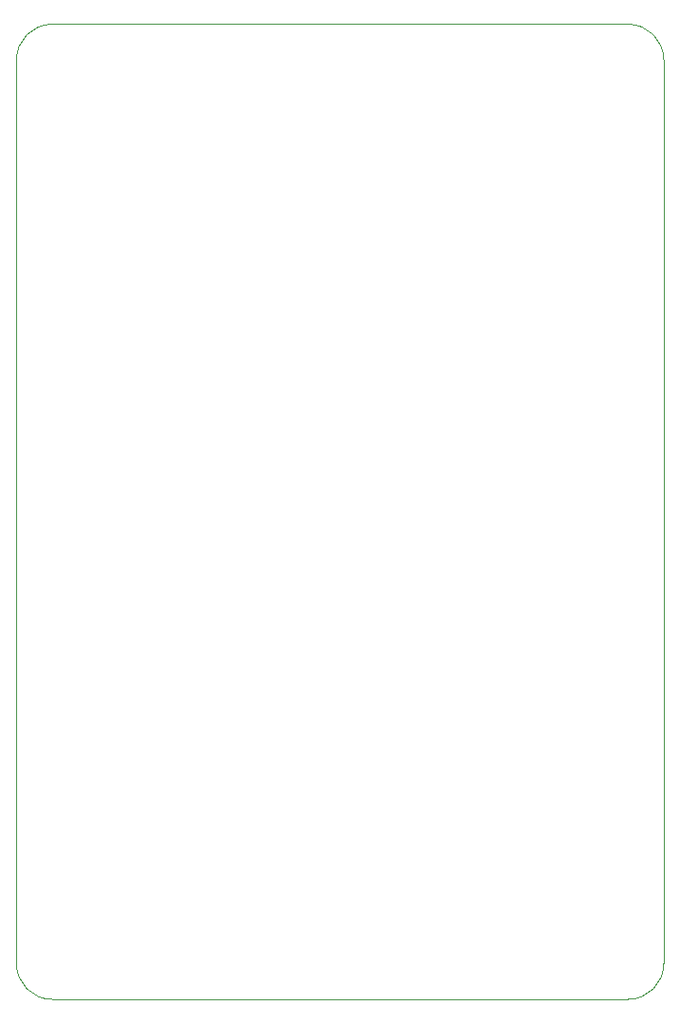
<source format=gbr>
%TF.GenerationSoftware,KiCad,Pcbnew,(5.1.10)-1*%
%TF.CreationDate,2021-10-04T19:32:16-04:00*%
%TF.ProjectId,macropad,6d616372-6f70-4616-942e-6b696361645f,rev?*%
%TF.SameCoordinates,Original*%
%TF.FileFunction,Profile,NP*%
%FSLAX46Y46*%
G04 Gerber Fmt 4.6, Leading zero omitted, Abs format (unit mm)*
G04 Created by KiCad (PCBNEW (5.1.10)-1) date 2021-10-04 19:32:16*
%MOMM*%
%LPD*%
G01*
G04 APERTURE LIST*
%TA.AperFunction,Profile*%
%ADD10C,0.050000*%
%TD*%
G04 APERTURE END LIST*
D10*
X185420000Y-57150000D02*
X133985000Y-57150000D01*
X185420000Y-144145000D02*
X133985000Y-144145000D01*
X188595000Y-60325000D02*
X188595000Y-140970000D01*
X185420000Y-57150000D02*
G75*
G02*
X188595000Y-60325000I0J-3175000D01*
G01*
X188595000Y-140970000D02*
G75*
G02*
X185420000Y-144145000I-3175000J0D01*
G01*
X133985000Y-144145000D02*
G75*
G02*
X130810000Y-140970000I0J3175000D01*
G01*
X130810000Y-60325000D02*
X130810000Y-140970000D01*
X130810000Y-60325000D02*
G75*
G02*
X133985000Y-57150000I3175000J0D01*
G01*
M02*

</source>
